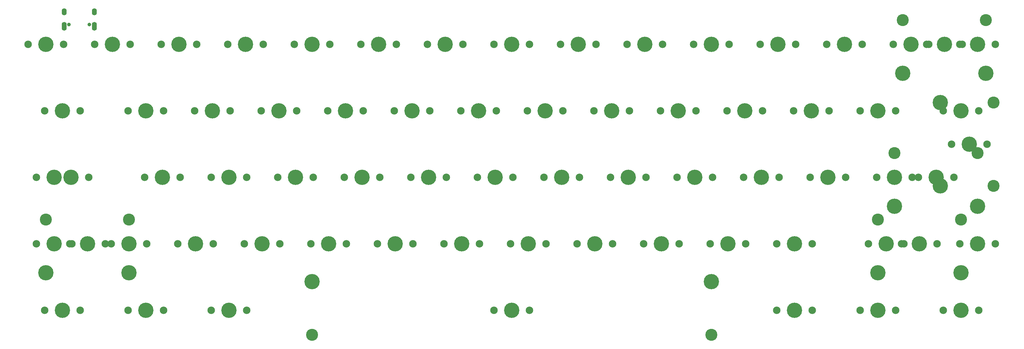
<source format=gbr>
G04 #@! TF.GenerationSoftware,KiCad,Pcbnew,(5.1.0)-1*
G04 #@! TF.CreationDate,2019-05-27T12:30:27+02:00*
G04 #@! TF.ProjectId,prophet,70726f70-6865-4742-9e6b-696361645f70,rev?*
G04 #@! TF.SameCoordinates,Original*
G04 #@! TF.FileFunction,Soldermask,Top*
G04 #@! TF.FilePolarity,Negative*
%FSLAX46Y46*%
G04 Gerber Fmt 4.6, Leading zero omitted, Abs format (unit mm)*
G04 Created by KiCad (PCBNEW (5.1.0)-1) date 2019-05-27 12:30:27*
%MOMM*%
%LPD*%
G04 APERTURE LIST*
%ADD10C,4.387800*%
%ADD11C,2.150000*%
%ADD12C,3.448000*%
%ADD13O,1.400000X2.000000*%
%ADD14O,1.400000X2.500000*%
%ADD15C,1.050000*%
G04 APERTURE END LIST*
D10*
X325440601Y-140493750D03*
D11*
X320360601Y-140493750D03*
X330520601Y-140493750D03*
D10*
X338588946Y-119030750D03*
X338588946Y-142906750D03*
D12*
X353828946Y-119030750D03*
X353828946Y-142906750D03*
D11*
X351923946Y-130968750D03*
X341763946Y-130968750D03*
D10*
X346843946Y-130968750D03*
D11*
X87630000Y-102393750D03*
X77470000Y-102393750D03*
D10*
X82550000Y-102393750D03*
D11*
X106680000Y-102393750D03*
X96520000Y-102393750D03*
D10*
X101600000Y-102393750D03*
D11*
X125730000Y-102393750D03*
X115570000Y-102393750D03*
D10*
X120650000Y-102393750D03*
D11*
X144780000Y-102393750D03*
X134620000Y-102393750D03*
D10*
X139700000Y-102393750D03*
D11*
X163830000Y-102393750D03*
X153670000Y-102393750D03*
D10*
X158750000Y-102393750D03*
X177800000Y-102393750D03*
D11*
X172720000Y-102393750D03*
X182880000Y-102393750D03*
X201930000Y-102393750D03*
X191770000Y-102393750D03*
D10*
X196850000Y-102393750D03*
X215900000Y-102393750D03*
D11*
X210820000Y-102393750D03*
X220980000Y-102393750D03*
D10*
X234950000Y-102393750D03*
D11*
X229870000Y-102393750D03*
X240030000Y-102393750D03*
D10*
X254000000Y-102393750D03*
D11*
X248920000Y-102393750D03*
X259080000Y-102393750D03*
X278130000Y-102393750D03*
X267970000Y-102393750D03*
D10*
X273050000Y-102393750D03*
D11*
X297180000Y-102393750D03*
X287020000Y-102393750D03*
D10*
X292100000Y-102393750D03*
X311150000Y-102393750D03*
D11*
X306070000Y-102393750D03*
X316230000Y-102393750D03*
D10*
X351631250Y-110648750D03*
X327818750Y-110648750D03*
D12*
X351631250Y-95408750D03*
X327818750Y-95408750D03*
D11*
X344805000Y-102393750D03*
X334645000Y-102393750D03*
D10*
X339725000Y-102393750D03*
D11*
X92392500Y-121443750D03*
X82232500Y-121443750D03*
D10*
X87312500Y-121443750D03*
X111125000Y-121443750D03*
D11*
X106045000Y-121443750D03*
X116205000Y-121443750D03*
D10*
X130175000Y-121443750D03*
D11*
X125095000Y-121443750D03*
X135255000Y-121443750D03*
D10*
X149225000Y-121443750D03*
D11*
X144145000Y-121443750D03*
X154305000Y-121443750D03*
D10*
X168275000Y-121443750D03*
D11*
X163195000Y-121443750D03*
X173355000Y-121443750D03*
X192405000Y-121443750D03*
X182245000Y-121443750D03*
D10*
X187325000Y-121443750D03*
D11*
X211455000Y-121443750D03*
X201295000Y-121443750D03*
D10*
X206375000Y-121443750D03*
D11*
X230505000Y-121443750D03*
X220345000Y-121443750D03*
D10*
X225425000Y-121443750D03*
D11*
X249555000Y-121443750D03*
X239395000Y-121443750D03*
D10*
X244475000Y-121443750D03*
D11*
X268605000Y-121443750D03*
X258445000Y-121443750D03*
D10*
X263525000Y-121443750D03*
D11*
X287655000Y-121443750D03*
X277495000Y-121443750D03*
D10*
X282575000Y-121443750D03*
X301625000Y-121443750D03*
D11*
X296545000Y-121443750D03*
X306705000Y-121443750D03*
D10*
X320675000Y-121443750D03*
D11*
X315595000Y-121443750D03*
X325755000Y-121443750D03*
D10*
X344487500Y-121443750D03*
D11*
X339407500Y-121443750D03*
X349567500Y-121443750D03*
D10*
X89693750Y-140493750D03*
D11*
X84613750Y-140493750D03*
X94773750Y-140493750D03*
D10*
X115887500Y-140493750D03*
D11*
X110807500Y-140493750D03*
X120967500Y-140493750D03*
D10*
X134937500Y-140493750D03*
D11*
X129857500Y-140493750D03*
X140017500Y-140493750D03*
D10*
X153987500Y-140493750D03*
D11*
X148907500Y-140493750D03*
X159067500Y-140493750D03*
D10*
X173037500Y-140493750D03*
D11*
X167957500Y-140493750D03*
X178117500Y-140493750D03*
D10*
X192087500Y-140493750D03*
D11*
X187007500Y-140493750D03*
X197167500Y-140493750D03*
D10*
X211137500Y-140493750D03*
D11*
X206057500Y-140493750D03*
X216217500Y-140493750D03*
X235267500Y-140493750D03*
X225107500Y-140493750D03*
D10*
X230187500Y-140493750D03*
D11*
X254317500Y-140493750D03*
X244157500Y-140493750D03*
D10*
X249237500Y-140493750D03*
D11*
X273367500Y-140493750D03*
X263207500Y-140493750D03*
D10*
X268287500Y-140493750D03*
D11*
X292417500Y-140493750D03*
X282257500Y-140493750D03*
D10*
X287337500Y-140493750D03*
D11*
X311467500Y-140493750D03*
X301307500Y-140493750D03*
D10*
X306387500Y-140493750D03*
X349250000Y-148748750D03*
X325437500Y-148748750D03*
D12*
X349250000Y-133508750D03*
X325437500Y-133508750D03*
D11*
X342423750Y-140493750D03*
X332263750Y-140493750D03*
D10*
X337343750Y-140493750D03*
X84931250Y-159543750D03*
D11*
X79851250Y-159543750D03*
X90011250Y-159543750D03*
X111442500Y-159543750D03*
X101282500Y-159543750D03*
D10*
X106362500Y-159543750D03*
D11*
X130492500Y-159543750D03*
X120332500Y-159543750D03*
D10*
X125412500Y-159543750D03*
D11*
X149542500Y-159543750D03*
X139382500Y-159543750D03*
D10*
X144462500Y-159543750D03*
X163512500Y-159543750D03*
D11*
X158432500Y-159543750D03*
X168592500Y-159543750D03*
D10*
X182562500Y-159543750D03*
D11*
X177482500Y-159543750D03*
X187642500Y-159543750D03*
X206692500Y-159543750D03*
X196532500Y-159543750D03*
D10*
X201612500Y-159543750D03*
X220662500Y-159543750D03*
D11*
X215582500Y-159543750D03*
X225742500Y-159543750D03*
D10*
X239712500Y-159543750D03*
D11*
X234632500Y-159543750D03*
X244792500Y-159543750D03*
D10*
X258762500Y-159543750D03*
D11*
X253682500Y-159543750D03*
X263842500Y-159543750D03*
D10*
X277812500Y-159543750D03*
D11*
X272732500Y-159543750D03*
X282892500Y-159543750D03*
D10*
X296862500Y-159543750D03*
D11*
X291782500Y-159543750D03*
X301942500Y-159543750D03*
X328136250Y-159543750D03*
X317976250Y-159543750D03*
D10*
X323056250Y-159543750D03*
D11*
X354330000Y-159543750D03*
X344170000Y-159543750D03*
D10*
X349250000Y-159543750D03*
X87312500Y-178593750D03*
D11*
X82232500Y-178593750D03*
X92392500Y-178593750D03*
X301942500Y-178593750D03*
X291782500Y-178593750D03*
D10*
X296862500Y-178593750D03*
X320675000Y-178593750D03*
D11*
X315595000Y-178593750D03*
X325755000Y-178593750D03*
X335280000Y-102393750D03*
X325120000Y-102393750D03*
D10*
X330200000Y-102393750D03*
D11*
X90011250Y-140493750D03*
X79851250Y-140493750D03*
D10*
X84931250Y-140493750D03*
X94456250Y-159543750D03*
D11*
X89376250Y-159543750D03*
X99536250Y-159543750D03*
D12*
X82550000Y-152558750D03*
X106362500Y-152558750D03*
D10*
X82550000Y-167798750D03*
X106362500Y-167798750D03*
X344487500Y-167798750D03*
X320675000Y-167798750D03*
D12*
X344487500Y-152558750D03*
X320675000Y-152558750D03*
D11*
X337661250Y-159543750D03*
X327501250Y-159543750D03*
D10*
X332581250Y-159543750D03*
D13*
X96395000Y-93087500D03*
X87755000Y-93087500D03*
D14*
X96395000Y-97267500D03*
X87755000Y-97267500D03*
D15*
X89185000Y-96737500D03*
X94965000Y-96737500D03*
D11*
X349567500Y-178593750D03*
X339407500Y-178593750D03*
D10*
X344487500Y-178593750D03*
D11*
X354330000Y-102393750D03*
X344170000Y-102393750D03*
D10*
X349250000Y-102393750D03*
D11*
X116205000Y-178593750D03*
X106045000Y-178593750D03*
D10*
X111125000Y-178593750D03*
D11*
X140017500Y-178593750D03*
X129857500Y-178593750D03*
D10*
X134937500Y-178593750D03*
X273050000Y-170338750D03*
X158750000Y-170338750D03*
D12*
X273050000Y-185578750D03*
X158750000Y-185578750D03*
D11*
X220980000Y-178593750D03*
X210820000Y-178593750D03*
D10*
X215900000Y-178593750D03*
M02*

</source>
